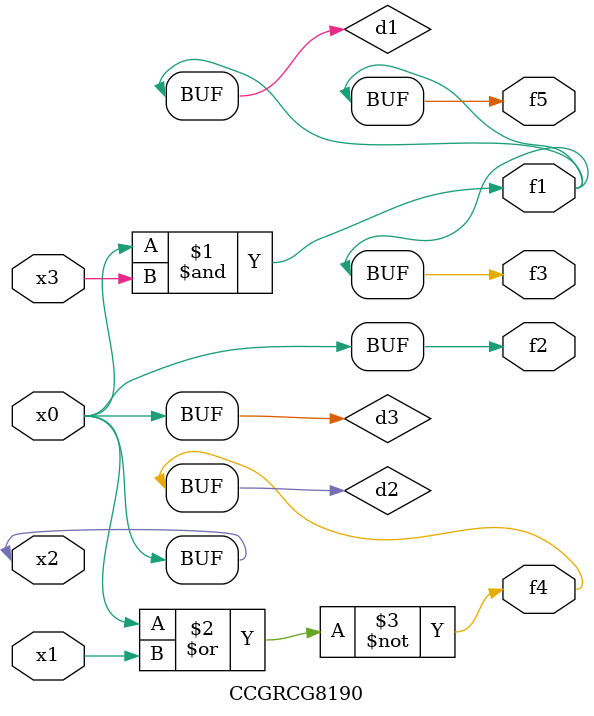
<source format=v>
module CCGRCG8190(
	input x0, x1, x2, x3,
	output f1, f2, f3, f4, f5
);

	wire d1, d2, d3;

	and (d1, x2, x3);
	nor (d2, x0, x1);
	buf (d3, x0, x2);
	assign f1 = d1;
	assign f2 = d3;
	assign f3 = d1;
	assign f4 = d2;
	assign f5 = d1;
endmodule

</source>
